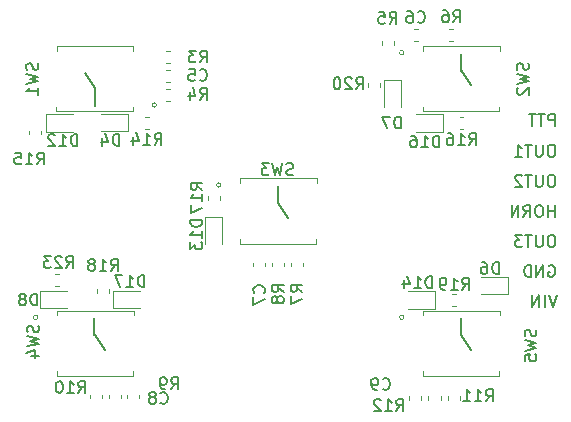
<source format=gbr>
G04 #@! TF.GenerationSoftware,KiCad,Pcbnew,(5.1.4)-1*
G04 #@! TF.CreationDate,2020-02-27T11:32:08-05:00*
G04 #@! TF.ProjectId,MotorcycleSwitch,4d6f746f-7263-4796-936c-655377697463,rev?*
G04 #@! TF.SameCoordinates,Original*
G04 #@! TF.FileFunction,Legend,Bot*
G04 #@! TF.FilePolarity,Positive*
%FSLAX46Y46*%
G04 Gerber Fmt 4.6, Leading zero omitted, Abs format (unit mm)*
G04 Created by KiCad (PCBNEW (5.1.4)-1) date 2020-02-27 11:32:08*
%MOMM*%
%LPD*%
G04 APERTURE LIST*
%ADD10C,0.150000*%
%ADD11C,0.120000*%
G04 APERTURE END LIST*
D10*
X171923809Y-93977380D02*
X171923809Y-92977380D01*
X171542857Y-92977380D01*
X171447619Y-93025000D01*
X171400000Y-93072619D01*
X171352380Y-93167857D01*
X171352380Y-93310714D01*
X171400000Y-93405952D01*
X171447619Y-93453571D01*
X171542857Y-93501190D01*
X171923809Y-93501190D01*
X171066666Y-92977380D02*
X170495238Y-92977380D01*
X170780952Y-93977380D02*
X170780952Y-92977380D01*
X170304761Y-92977380D02*
X169733333Y-92977380D01*
X170019047Y-93977380D02*
X170019047Y-92977380D01*
X172084524Y-108327380D02*
X171751190Y-109327380D01*
X171417857Y-108327380D01*
X171084524Y-109327380D02*
X171084524Y-108327380D01*
X170608333Y-109327380D02*
X170608333Y-108327380D01*
X170036905Y-109327380D01*
X170036905Y-108327380D01*
X171417856Y-105825000D02*
X171513094Y-105777380D01*
X171655952Y-105777380D01*
X171798809Y-105825000D01*
X171894047Y-105920238D01*
X171941666Y-106015476D01*
X171989285Y-106205952D01*
X171989285Y-106348809D01*
X171941666Y-106539285D01*
X171894047Y-106634523D01*
X171798809Y-106729761D01*
X171655952Y-106777380D01*
X171560713Y-106777380D01*
X171417856Y-106729761D01*
X171370237Y-106682142D01*
X171370237Y-106348809D01*
X171560713Y-106348809D01*
X170941666Y-106777380D02*
X170941666Y-105777380D01*
X170370237Y-106777380D01*
X170370237Y-105777380D01*
X169894047Y-106777380D02*
X169894047Y-105777380D01*
X169655952Y-105777380D01*
X169513094Y-105825000D01*
X169417856Y-105920238D01*
X169370237Y-106015476D01*
X169322618Y-106205952D01*
X169322618Y-106348809D01*
X169370237Y-106539285D01*
X169417856Y-106634523D01*
X169513094Y-106729761D01*
X169655952Y-106777380D01*
X169894047Y-106777380D01*
X171751190Y-103227380D02*
X171560714Y-103227380D01*
X171465476Y-103275000D01*
X171370238Y-103370238D01*
X171322619Y-103560714D01*
X171322619Y-103894047D01*
X171370238Y-104084523D01*
X171465476Y-104179761D01*
X171560714Y-104227380D01*
X171751190Y-104227380D01*
X171846428Y-104179761D01*
X171941666Y-104084523D01*
X171989285Y-103894047D01*
X171989285Y-103560714D01*
X171941666Y-103370238D01*
X171846428Y-103275000D01*
X171751190Y-103227380D01*
X170894047Y-103227380D02*
X170894047Y-104036904D01*
X170846428Y-104132142D01*
X170798809Y-104179761D01*
X170703571Y-104227380D01*
X170513095Y-104227380D01*
X170417857Y-104179761D01*
X170370238Y-104132142D01*
X170322619Y-104036904D01*
X170322619Y-103227380D01*
X169989285Y-103227380D02*
X169417857Y-103227380D01*
X169703571Y-104227380D02*
X169703571Y-103227380D01*
X169179761Y-103227380D02*
X168560714Y-103227380D01*
X168894047Y-103608333D01*
X168751190Y-103608333D01*
X168655952Y-103655952D01*
X168608333Y-103703571D01*
X168560714Y-103798809D01*
X168560714Y-104036904D01*
X168608333Y-104132142D01*
X168655952Y-104179761D01*
X168751190Y-104227380D01*
X169036904Y-104227380D01*
X169132142Y-104179761D01*
X169179761Y-104132142D01*
X171941666Y-101677380D02*
X171941666Y-100677380D01*
X171941666Y-101153571D02*
X171370237Y-101153571D01*
X171370237Y-101677380D02*
X171370237Y-100677380D01*
X170703571Y-100677380D02*
X170513094Y-100677380D01*
X170417856Y-100725000D01*
X170322618Y-100820238D01*
X170274999Y-101010714D01*
X170274999Y-101344047D01*
X170322618Y-101534523D01*
X170417856Y-101629761D01*
X170513094Y-101677380D01*
X170703571Y-101677380D01*
X170798809Y-101629761D01*
X170894047Y-101534523D01*
X170941666Y-101344047D01*
X170941666Y-101010714D01*
X170894047Y-100820238D01*
X170798809Y-100725000D01*
X170703571Y-100677380D01*
X169274999Y-101677380D02*
X169608333Y-101201190D01*
X169846428Y-101677380D02*
X169846428Y-100677380D01*
X169465475Y-100677380D01*
X169370237Y-100725000D01*
X169322618Y-100772619D01*
X169274999Y-100867857D01*
X169274999Y-101010714D01*
X169322618Y-101105952D01*
X169370237Y-101153571D01*
X169465475Y-101201190D01*
X169846428Y-101201190D01*
X168846428Y-101677380D02*
X168846428Y-100677380D01*
X168274999Y-101677380D01*
X168274999Y-100677380D01*
X171751190Y-98127380D02*
X171560714Y-98127380D01*
X171465476Y-98175000D01*
X171370238Y-98270238D01*
X171322619Y-98460714D01*
X171322619Y-98794047D01*
X171370238Y-98984523D01*
X171465476Y-99079761D01*
X171560714Y-99127380D01*
X171751190Y-99127380D01*
X171846428Y-99079761D01*
X171941666Y-98984523D01*
X171989285Y-98794047D01*
X171989285Y-98460714D01*
X171941666Y-98270238D01*
X171846428Y-98175000D01*
X171751190Y-98127380D01*
X170894047Y-98127380D02*
X170894047Y-98936904D01*
X170846428Y-99032142D01*
X170798809Y-99079761D01*
X170703571Y-99127380D01*
X170513095Y-99127380D01*
X170417857Y-99079761D01*
X170370238Y-99032142D01*
X170322619Y-98936904D01*
X170322619Y-98127380D01*
X169989285Y-98127380D02*
X169417857Y-98127380D01*
X169703571Y-99127380D02*
X169703571Y-98127380D01*
X169132142Y-98222619D02*
X169084523Y-98175000D01*
X168989285Y-98127380D01*
X168751190Y-98127380D01*
X168655952Y-98175000D01*
X168608333Y-98222619D01*
X168560714Y-98317857D01*
X168560714Y-98413095D01*
X168608333Y-98555952D01*
X169179761Y-99127380D01*
X168560714Y-99127380D01*
X171751190Y-95577380D02*
X171560714Y-95577380D01*
X171465476Y-95625000D01*
X171370238Y-95720238D01*
X171322619Y-95910714D01*
X171322619Y-96244047D01*
X171370238Y-96434523D01*
X171465476Y-96529761D01*
X171560714Y-96577380D01*
X171751190Y-96577380D01*
X171846428Y-96529761D01*
X171941666Y-96434523D01*
X171989285Y-96244047D01*
X171989285Y-95910714D01*
X171941666Y-95720238D01*
X171846428Y-95625000D01*
X171751190Y-95577380D01*
X170894047Y-95577380D02*
X170894047Y-96386904D01*
X170846428Y-96482142D01*
X170798809Y-96529761D01*
X170703571Y-96577380D01*
X170513095Y-96577380D01*
X170417857Y-96529761D01*
X170370238Y-96482142D01*
X170322619Y-96386904D01*
X170322619Y-95577380D01*
X169989285Y-95577380D02*
X169417857Y-95577380D01*
X169703571Y-96577380D02*
X169703571Y-95577380D01*
X168560714Y-96577380D02*
X169132142Y-96577380D01*
X168846428Y-96577380D02*
X168846428Y-95577380D01*
X168941666Y-95720238D01*
X169036904Y-95815476D01*
X169132142Y-95863095D01*
D11*
X129637221Y-106540000D02*
X129962779Y-106540000D01*
X129637221Y-107560000D02*
X129962779Y-107560000D01*
X157110000Y-90337221D02*
X157110000Y-90662779D01*
X156090000Y-90337221D02*
X156090000Y-90662779D01*
X137237221Y-93190000D02*
X137562779Y-93190000D01*
X137237221Y-94210000D02*
X137562779Y-94210000D01*
X128365000Y-107965000D02*
X130650000Y-107965000D01*
X128365000Y-109435000D02*
X128365000Y-107965000D01*
X130650000Y-109435000D02*
X128365000Y-109435000D01*
X158935000Y-90102500D02*
X158935000Y-92387500D01*
X157465000Y-90102500D02*
X158935000Y-90102500D01*
X157465000Y-92387500D02*
X157465000Y-90102500D01*
X167935000Y-108235000D02*
X165650000Y-108235000D01*
X167935000Y-106765000D02*
X167935000Y-108235000D01*
X165650000Y-106765000D02*
X167935000Y-106765000D01*
X135785000Y-94435000D02*
X133500000Y-94435000D01*
X135785000Y-92965000D02*
X135785000Y-94435000D01*
X133500000Y-92965000D02*
X135785000Y-92965000D01*
X163217221Y-108202000D02*
X163542779Y-108202000D01*
X163217221Y-109222000D02*
X163542779Y-109222000D01*
X133140000Y-108112779D02*
X133140000Y-107787221D01*
X134160000Y-108112779D02*
X134160000Y-107787221D01*
X142540000Y-100225279D02*
X142540000Y-99899721D01*
X143560000Y-100225279D02*
X143560000Y-99899721D01*
X163869221Y-93216000D02*
X164194779Y-93216000D01*
X163869221Y-94236000D02*
X164194779Y-94236000D01*
X128460000Y-94387221D02*
X128460000Y-94712779D01*
X127440000Y-94387221D02*
X127440000Y-94712779D01*
X134515000Y-107965000D02*
X136800000Y-107965000D01*
X134515000Y-109435000D02*
X134515000Y-107965000D01*
X136800000Y-109435000D02*
X134515000Y-109435000D01*
X162469000Y-94461000D02*
X160184000Y-94461000D01*
X162469000Y-92991000D02*
X162469000Y-94461000D01*
X160184000Y-92991000D02*
X162469000Y-92991000D01*
X161822500Y-109447000D02*
X159537500Y-109447000D01*
X161822500Y-107977000D02*
X161822500Y-109447000D01*
X159537500Y-107977000D02*
X161822500Y-107977000D01*
X128852500Y-93015000D02*
X131137500Y-93015000D01*
X128852500Y-94485000D02*
X128852500Y-93015000D01*
X131137500Y-94485000D02*
X128852500Y-94485000D01*
X159164114Y-87785120D02*
G75*
G03X159164114Y-87785120I-188234J0D01*
G01*
X167265240Y-87234760D02*
X160765240Y-87234760D01*
X160765240Y-87637800D02*
X160765240Y-87234760D01*
X167265240Y-87637800D02*
X167265240Y-87234760D01*
X160750000Y-92346960D02*
X160750000Y-92750000D01*
X167250000Y-92346960D02*
X167250000Y-92750000D01*
X160750000Y-92750000D02*
X167250000Y-92750000D01*
X159164114Y-110185120D02*
G75*
G03X159164114Y-110185120I-188234J0D01*
G01*
X167265240Y-109634760D02*
X160765240Y-109634760D01*
X160765240Y-110037800D02*
X160765240Y-109634760D01*
X167265240Y-110037800D02*
X167265240Y-109634760D01*
X160750000Y-114746960D02*
X160750000Y-115150000D01*
X167250000Y-114746960D02*
X167250000Y-115150000D01*
X160750000Y-115150000D02*
X167250000Y-115150000D01*
X128164114Y-110185120D02*
G75*
G03X128164114Y-110185120I-188234J0D01*
G01*
X136265240Y-109634760D02*
X129765240Y-109634760D01*
X129765240Y-110037800D02*
X129765240Y-109634760D01*
X136265240Y-110037800D02*
X136265240Y-109634760D01*
X129750000Y-114746960D02*
X129750000Y-115150000D01*
X136250000Y-114746960D02*
X136250000Y-115150000D01*
X129750000Y-115150000D02*
X136250000Y-115150000D01*
X143664114Y-98985120D02*
G75*
G03X143664114Y-98985120I-188234J0D01*
G01*
X151765240Y-98434760D02*
X145265240Y-98434760D01*
X145265240Y-98837800D02*
X145265240Y-98434760D01*
X151765240Y-98837800D02*
X151765240Y-98434760D01*
X145250000Y-103546960D02*
X145250000Y-103950000D01*
X151750000Y-103546960D02*
X151750000Y-103950000D01*
X145250000Y-103950000D02*
X151750000Y-103950000D01*
X138212354Y-92214880D02*
G75*
G03X138212354Y-92214880I-188234J0D01*
G01*
X129734760Y-92765240D02*
X136234760Y-92765240D01*
X136234760Y-92362200D02*
X136234760Y-92765240D01*
X129734760Y-92362200D02*
X129734760Y-92765240D01*
X136250000Y-87653040D02*
X136250000Y-87250000D01*
X129750000Y-87653040D02*
X129750000Y-87250000D01*
X136250000Y-87250000D02*
X129750000Y-87250000D01*
X162260000Y-116849721D02*
X162260000Y-117175279D01*
X161240000Y-116849721D02*
X161240000Y-117175279D01*
X162890000Y-117175279D02*
X162890000Y-116849721D01*
X163910000Y-117175279D02*
X163910000Y-116849721D01*
X133635000Y-116737221D02*
X133635000Y-117062779D01*
X132615000Y-116737221D02*
X132615000Y-117062779D01*
X136710000Y-116737221D02*
X136710000Y-117062779D01*
X135690000Y-116737221D02*
X135690000Y-117062779D01*
X149017000Y-105562221D02*
X149017000Y-105887779D01*
X147997000Y-105562221D02*
X147997000Y-105887779D01*
X149597000Y-105887779D02*
X149597000Y-105562221D01*
X150617000Y-105887779D02*
X150617000Y-105562221D01*
X162987221Y-85740000D02*
X163312779Y-85740000D01*
X162987221Y-86760000D02*
X163312779Y-86760000D01*
X157340000Y-87162779D02*
X157340000Y-86837221D01*
X158360000Y-87162779D02*
X158360000Y-86837221D01*
X139312779Y-91860000D02*
X138987221Y-91860000D01*
X139312779Y-90840000D02*
X138987221Y-90840000D01*
X138987221Y-87640000D02*
X139312779Y-87640000D01*
X138987221Y-88660000D02*
X139312779Y-88660000D01*
X143787000Y-101681000D02*
X143787000Y-103966000D01*
X142317000Y-101681000D02*
X143787000Y-101681000D01*
X142317000Y-103966000D02*
X142317000Y-101681000D01*
X160610000Y-116837221D02*
X160610000Y-117162779D01*
X159590000Y-116837221D02*
X159590000Y-117162779D01*
X135185000Y-116737221D02*
X135185000Y-117062779D01*
X134165000Y-116737221D02*
X134165000Y-117062779D01*
X147417000Y-105562221D02*
X147417000Y-105887779D01*
X146397000Y-105562221D02*
X146397000Y-105887779D01*
X160312779Y-86760000D02*
X159987221Y-86760000D01*
X160312779Y-85740000D02*
X159987221Y-85740000D01*
X139312779Y-90260000D02*
X138987221Y-90260000D01*
X139312779Y-89240000D02*
X138987221Y-89240000D01*
D10*
X130567857Y-106002380D02*
X130901190Y-105526190D01*
X131139285Y-106002380D02*
X131139285Y-105002380D01*
X130758333Y-105002380D01*
X130663095Y-105050000D01*
X130615476Y-105097619D01*
X130567857Y-105192857D01*
X130567857Y-105335714D01*
X130615476Y-105430952D01*
X130663095Y-105478571D01*
X130758333Y-105526190D01*
X131139285Y-105526190D01*
X130186904Y-105097619D02*
X130139285Y-105050000D01*
X130044047Y-105002380D01*
X129805952Y-105002380D01*
X129710714Y-105050000D01*
X129663095Y-105097619D01*
X129615476Y-105192857D01*
X129615476Y-105288095D01*
X129663095Y-105430952D01*
X130234523Y-106002380D01*
X129615476Y-106002380D01*
X129282142Y-105002380D02*
X128663095Y-105002380D01*
X128996428Y-105383333D01*
X128853571Y-105383333D01*
X128758333Y-105430952D01*
X128710714Y-105478571D01*
X128663095Y-105573809D01*
X128663095Y-105811904D01*
X128710714Y-105907142D01*
X128758333Y-105954761D01*
X128853571Y-106002380D01*
X129139285Y-106002380D01*
X129234523Y-105954761D01*
X129282142Y-105907142D01*
X155117857Y-90877380D02*
X155451190Y-90401190D01*
X155689285Y-90877380D02*
X155689285Y-89877380D01*
X155308333Y-89877380D01*
X155213095Y-89925000D01*
X155165476Y-89972619D01*
X155117857Y-90067857D01*
X155117857Y-90210714D01*
X155165476Y-90305952D01*
X155213095Y-90353571D01*
X155308333Y-90401190D01*
X155689285Y-90401190D01*
X154736904Y-89972619D02*
X154689285Y-89925000D01*
X154594047Y-89877380D01*
X154355952Y-89877380D01*
X154260714Y-89925000D01*
X154213095Y-89972619D01*
X154165476Y-90067857D01*
X154165476Y-90163095D01*
X154213095Y-90305952D01*
X154784523Y-90877380D01*
X154165476Y-90877380D01*
X153546428Y-89877380D02*
X153451190Y-89877380D01*
X153355952Y-89925000D01*
X153308333Y-89972619D01*
X153260714Y-90067857D01*
X153213095Y-90258333D01*
X153213095Y-90496428D01*
X153260714Y-90686904D01*
X153308333Y-90782142D01*
X153355952Y-90829761D01*
X153451190Y-90877380D01*
X153546428Y-90877380D01*
X153641666Y-90829761D01*
X153689285Y-90782142D01*
X153736904Y-90686904D01*
X153784523Y-90496428D01*
X153784523Y-90258333D01*
X153736904Y-90067857D01*
X153689285Y-89972619D01*
X153641666Y-89925000D01*
X153546428Y-89877380D01*
X138042857Y-95582380D02*
X138376190Y-95106190D01*
X138614285Y-95582380D02*
X138614285Y-94582380D01*
X138233333Y-94582380D01*
X138138095Y-94630000D01*
X138090476Y-94677619D01*
X138042857Y-94772857D01*
X138042857Y-94915714D01*
X138090476Y-95010952D01*
X138138095Y-95058571D01*
X138233333Y-95106190D01*
X138614285Y-95106190D01*
X137090476Y-95582380D02*
X137661904Y-95582380D01*
X137376190Y-95582380D02*
X137376190Y-94582380D01*
X137471428Y-94725238D01*
X137566666Y-94820476D01*
X137661904Y-94868095D01*
X136233333Y-94915714D02*
X136233333Y-95582380D01*
X136471428Y-94534761D02*
X136709523Y-95249047D01*
X136090476Y-95249047D01*
X128113095Y-109177380D02*
X128113095Y-108177380D01*
X127875000Y-108177380D01*
X127732142Y-108225000D01*
X127636904Y-108320238D01*
X127589285Y-108415476D01*
X127541666Y-108605952D01*
X127541666Y-108748809D01*
X127589285Y-108939285D01*
X127636904Y-109034523D01*
X127732142Y-109129761D01*
X127875000Y-109177380D01*
X128113095Y-109177380D01*
X126970238Y-108605952D02*
X127065476Y-108558333D01*
X127113095Y-108510714D01*
X127160714Y-108415476D01*
X127160714Y-108367857D01*
X127113095Y-108272619D01*
X127065476Y-108225000D01*
X126970238Y-108177380D01*
X126779761Y-108177380D01*
X126684523Y-108225000D01*
X126636904Y-108272619D01*
X126589285Y-108367857D01*
X126589285Y-108415476D01*
X126636904Y-108510714D01*
X126684523Y-108558333D01*
X126779761Y-108605952D01*
X126970238Y-108605952D01*
X127065476Y-108653571D01*
X127113095Y-108701190D01*
X127160714Y-108796428D01*
X127160714Y-108986904D01*
X127113095Y-109082142D01*
X127065476Y-109129761D01*
X126970238Y-109177380D01*
X126779761Y-109177380D01*
X126684523Y-109129761D01*
X126636904Y-109082142D01*
X126589285Y-108986904D01*
X126589285Y-108796428D01*
X126636904Y-108701190D01*
X126684523Y-108653571D01*
X126779761Y-108605952D01*
X158888095Y-94202380D02*
X158888095Y-93202380D01*
X158650000Y-93202380D01*
X158507142Y-93250000D01*
X158411904Y-93345238D01*
X158364285Y-93440476D01*
X158316666Y-93630952D01*
X158316666Y-93773809D01*
X158364285Y-93964285D01*
X158411904Y-94059523D01*
X158507142Y-94154761D01*
X158650000Y-94202380D01*
X158888095Y-94202380D01*
X157983333Y-93202380D02*
X157316666Y-93202380D01*
X157745238Y-94202380D01*
X167188095Y-106522380D02*
X167188095Y-105522380D01*
X166950000Y-105522380D01*
X166807142Y-105570000D01*
X166711904Y-105665238D01*
X166664285Y-105760476D01*
X166616666Y-105950952D01*
X166616666Y-106093809D01*
X166664285Y-106284285D01*
X166711904Y-106379523D01*
X166807142Y-106474761D01*
X166950000Y-106522380D01*
X167188095Y-106522380D01*
X165759523Y-105522380D02*
X165950000Y-105522380D01*
X166045238Y-105570000D01*
X166092857Y-105617619D01*
X166188095Y-105760476D01*
X166235714Y-105950952D01*
X166235714Y-106331904D01*
X166188095Y-106427142D01*
X166140476Y-106474761D01*
X166045238Y-106522380D01*
X165854761Y-106522380D01*
X165759523Y-106474761D01*
X165711904Y-106427142D01*
X165664285Y-106331904D01*
X165664285Y-106093809D01*
X165711904Y-105998571D01*
X165759523Y-105950952D01*
X165854761Y-105903333D01*
X166045238Y-105903333D01*
X166140476Y-105950952D01*
X166188095Y-105998571D01*
X166235714Y-106093809D01*
X135063095Y-95652380D02*
X135063095Y-94652380D01*
X134825000Y-94652380D01*
X134682142Y-94700000D01*
X134586904Y-94795238D01*
X134539285Y-94890476D01*
X134491666Y-95080952D01*
X134491666Y-95223809D01*
X134539285Y-95414285D01*
X134586904Y-95509523D01*
X134682142Y-95604761D01*
X134825000Y-95652380D01*
X135063095Y-95652380D01*
X133634523Y-94985714D02*
X133634523Y-95652380D01*
X133872619Y-94604761D02*
X134110714Y-95319047D01*
X133491666Y-95319047D01*
X164092857Y-107852380D02*
X164426190Y-107376190D01*
X164664285Y-107852380D02*
X164664285Y-106852380D01*
X164283333Y-106852380D01*
X164188095Y-106900000D01*
X164140476Y-106947619D01*
X164092857Y-107042857D01*
X164092857Y-107185714D01*
X164140476Y-107280952D01*
X164188095Y-107328571D01*
X164283333Y-107376190D01*
X164664285Y-107376190D01*
X163140476Y-107852380D02*
X163711904Y-107852380D01*
X163426190Y-107852380D02*
X163426190Y-106852380D01*
X163521428Y-106995238D01*
X163616666Y-107090476D01*
X163711904Y-107138095D01*
X162664285Y-107852380D02*
X162473809Y-107852380D01*
X162378571Y-107804761D01*
X162330952Y-107757142D01*
X162235714Y-107614285D01*
X162188095Y-107423809D01*
X162188095Y-107042857D01*
X162235714Y-106947619D01*
X162283333Y-106900000D01*
X162378571Y-106852380D01*
X162569047Y-106852380D01*
X162664285Y-106900000D01*
X162711904Y-106947619D01*
X162759523Y-107042857D01*
X162759523Y-107280952D01*
X162711904Y-107376190D01*
X162664285Y-107423809D01*
X162569047Y-107471428D01*
X162378571Y-107471428D01*
X162283333Y-107423809D01*
X162235714Y-107376190D01*
X162188095Y-107280952D01*
X134342857Y-106252380D02*
X134676190Y-105776190D01*
X134914285Y-106252380D02*
X134914285Y-105252380D01*
X134533333Y-105252380D01*
X134438095Y-105300000D01*
X134390476Y-105347619D01*
X134342857Y-105442857D01*
X134342857Y-105585714D01*
X134390476Y-105680952D01*
X134438095Y-105728571D01*
X134533333Y-105776190D01*
X134914285Y-105776190D01*
X133390476Y-106252380D02*
X133961904Y-106252380D01*
X133676190Y-106252380D02*
X133676190Y-105252380D01*
X133771428Y-105395238D01*
X133866666Y-105490476D01*
X133961904Y-105538095D01*
X132819047Y-105680952D02*
X132914285Y-105633333D01*
X132961904Y-105585714D01*
X133009523Y-105490476D01*
X133009523Y-105442857D01*
X132961904Y-105347619D01*
X132914285Y-105300000D01*
X132819047Y-105252380D01*
X132628571Y-105252380D01*
X132533333Y-105300000D01*
X132485714Y-105347619D01*
X132438095Y-105442857D01*
X132438095Y-105490476D01*
X132485714Y-105585714D01*
X132533333Y-105633333D01*
X132628571Y-105680952D01*
X132819047Y-105680952D01*
X132914285Y-105728571D01*
X132961904Y-105776190D01*
X133009523Y-105871428D01*
X133009523Y-106061904D01*
X132961904Y-106157142D01*
X132914285Y-106204761D01*
X132819047Y-106252380D01*
X132628571Y-106252380D01*
X132533333Y-106204761D01*
X132485714Y-106157142D01*
X132438095Y-106061904D01*
X132438095Y-105871428D01*
X132485714Y-105776190D01*
X132533333Y-105728571D01*
X132628571Y-105680952D01*
X142102380Y-99382142D02*
X141626190Y-99048809D01*
X142102380Y-98810714D02*
X141102380Y-98810714D01*
X141102380Y-99191666D01*
X141150000Y-99286904D01*
X141197619Y-99334523D01*
X141292857Y-99382142D01*
X141435714Y-99382142D01*
X141530952Y-99334523D01*
X141578571Y-99286904D01*
X141626190Y-99191666D01*
X141626190Y-98810714D01*
X142102380Y-100334523D02*
X142102380Y-99763095D01*
X142102380Y-100048809D02*
X141102380Y-100048809D01*
X141245238Y-99953571D01*
X141340476Y-99858333D01*
X141388095Y-99763095D01*
X141102380Y-100667857D02*
X141102380Y-101334523D01*
X142102380Y-100905952D01*
X164674857Y-95608380D02*
X165008190Y-95132190D01*
X165246285Y-95608380D02*
X165246285Y-94608380D01*
X164865333Y-94608380D01*
X164770095Y-94656000D01*
X164722476Y-94703619D01*
X164674857Y-94798857D01*
X164674857Y-94941714D01*
X164722476Y-95036952D01*
X164770095Y-95084571D01*
X164865333Y-95132190D01*
X165246285Y-95132190D01*
X163722476Y-95608380D02*
X164293904Y-95608380D01*
X164008190Y-95608380D02*
X164008190Y-94608380D01*
X164103428Y-94751238D01*
X164198666Y-94846476D01*
X164293904Y-94894095D01*
X162865333Y-94608380D02*
X163055809Y-94608380D01*
X163151047Y-94656000D01*
X163198666Y-94703619D01*
X163293904Y-94846476D01*
X163341523Y-95036952D01*
X163341523Y-95417904D01*
X163293904Y-95513142D01*
X163246285Y-95560761D01*
X163151047Y-95608380D01*
X162960571Y-95608380D01*
X162865333Y-95560761D01*
X162817714Y-95513142D01*
X162770095Y-95417904D01*
X162770095Y-95179809D01*
X162817714Y-95084571D01*
X162865333Y-95036952D01*
X162960571Y-94989333D01*
X163151047Y-94989333D01*
X163246285Y-95036952D01*
X163293904Y-95084571D01*
X163341523Y-95179809D01*
X128092857Y-97252380D02*
X128426190Y-96776190D01*
X128664285Y-97252380D02*
X128664285Y-96252380D01*
X128283333Y-96252380D01*
X128188095Y-96300000D01*
X128140476Y-96347619D01*
X128092857Y-96442857D01*
X128092857Y-96585714D01*
X128140476Y-96680952D01*
X128188095Y-96728571D01*
X128283333Y-96776190D01*
X128664285Y-96776190D01*
X127140476Y-97252380D02*
X127711904Y-97252380D01*
X127426190Y-97252380D02*
X127426190Y-96252380D01*
X127521428Y-96395238D01*
X127616666Y-96490476D01*
X127711904Y-96538095D01*
X126235714Y-96252380D02*
X126711904Y-96252380D01*
X126759523Y-96728571D01*
X126711904Y-96680952D01*
X126616666Y-96633333D01*
X126378571Y-96633333D01*
X126283333Y-96680952D01*
X126235714Y-96728571D01*
X126188095Y-96823809D01*
X126188095Y-97061904D01*
X126235714Y-97157142D01*
X126283333Y-97204761D01*
X126378571Y-97252380D01*
X126616666Y-97252380D01*
X126711904Y-97204761D01*
X126759523Y-97157142D01*
X137189285Y-107627380D02*
X137189285Y-106627380D01*
X136951190Y-106627380D01*
X136808333Y-106675000D01*
X136713095Y-106770238D01*
X136665476Y-106865476D01*
X136617857Y-107055952D01*
X136617857Y-107198809D01*
X136665476Y-107389285D01*
X136713095Y-107484523D01*
X136808333Y-107579761D01*
X136951190Y-107627380D01*
X137189285Y-107627380D01*
X135665476Y-107627380D02*
X136236904Y-107627380D01*
X135951190Y-107627380D02*
X135951190Y-106627380D01*
X136046428Y-106770238D01*
X136141666Y-106865476D01*
X136236904Y-106913095D01*
X135332142Y-106627380D02*
X134665476Y-106627380D01*
X135094047Y-107627380D01*
X162164285Y-95802380D02*
X162164285Y-94802380D01*
X161926190Y-94802380D01*
X161783333Y-94850000D01*
X161688095Y-94945238D01*
X161640476Y-95040476D01*
X161592857Y-95230952D01*
X161592857Y-95373809D01*
X161640476Y-95564285D01*
X161688095Y-95659523D01*
X161783333Y-95754761D01*
X161926190Y-95802380D01*
X162164285Y-95802380D01*
X160640476Y-95802380D02*
X161211904Y-95802380D01*
X160926190Y-95802380D02*
X160926190Y-94802380D01*
X161021428Y-94945238D01*
X161116666Y-95040476D01*
X161211904Y-95088095D01*
X159783333Y-94802380D02*
X159973809Y-94802380D01*
X160069047Y-94850000D01*
X160116666Y-94897619D01*
X160211904Y-95040476D01*
X160259523Y-95230952D01*
X160259523Y-95611904D01*
X160211904Y-95707142D01*
X160164285Y-95754761D01*
X160069047Y-95802380D01*
X159878571Y-95802380D01*
X159783333Y-95754761D01*
X159735714Y-95707142D01*
X159688095Y-95611904D01*
X159688095Y-95373809D01*
X159735714Y-95278571D01*
X159783333Y-95230952D01*
X159878571Y-95183333D01*
X160069047Y-95183333D01*
X160164285Y-95230952D01*
X160211904Y-95278571D01*
X160259523Y-95373809D01*
X161551785Y-107734380D02*
X161551785Y-106734380D01*
X161313690Y-106734380D01*
X161170833Y-106782000D01*
X161075595Y-106877238D01*
X161027976Y-106972476D01*
X160980357Y-107162952D01*
X160980357Y-107305809D01*
X161027976Y-107496285D01*
X161075595Y-107591523D01*
X161170833Y-107686761D01*
X161313690Y-107734380D01*
X161551785Y-107734380D01*
X160027976Y-107734380D02*
X160599404Y-107734380D01*
X160313690Y-107734380D02*
X160313690Y-106734380D01*
X160408928Y-106877238D01*
X160504166Y-106972476D01*
X160599404Y-107020095D01*
X159170833Y-107067714D02*
X159170833Y-107734380D01*
X159408928Y-106686761D02*
X159647023Y-107401047D01*
X159027976Y-107401047D01*
X131514285Y-95702380D02*
X131514285Y-94702380D01*
X131276190Y-94702380D01*
X131133333Y-94750000D01*
X131038095Y-94845238D01*
X130990476Y-94940476D01*
X130942857Y-95130952D01*
X130942857Y-95273809D01*
X130990476Y-95464285D01*
X131038095Y-95559523D01*
X131133333Y-95654761D01*
X131276190Y-95702380D01*
X131514285Y-95702380D01*
X129990476Y-95702380D02*
X130561904Y-95702380D01*
X130276190Y-95702380D02*
X130276190Y-94702380D01*
X130371428Y-94845238D01*
X130466666Y-94940476D01*
X130561904Y-94988095D01*
X129609523Y-94797619D02*
X129561904Y-94750000D01*
X129466666Y-94702380D01*
X129228571Y-94702380D01*
X129133333Y-94750000D01*
X129085714Y-94797619D01*
X129038095Y-94892857D01*
X129038095Y-94988095D01*
X129085714Y-95130952D01*
X129657142Y-95702380D01*
X129038095Y-95702380D01*
X169679761Y-88666666D02*
X169727380Y-88809523D01*
X169727380Y-89047619D01*
X169679761Y-89142857D01*
X169632142Y-89190476D01*
X169536904Y-89238095D01*
X169441666Y-89238095D01*
X169346428Y-89190476D01*
X169298809Y-89142857D01*
X169251190Y-89047619D01*
X169203571Y-88857142D01*
X169155952Y-88761904D01*
X169108333Y-88714285D01*
X169013095Y-88666666D01*
X168917857Y-88666666D01*
X168822619Y-88714285D01*
X168775000Y-88761904D01*
X168727380Y-88857142D01*
X168727380Y-89095238D01*
X168775000Y-89238095D01*
X168727380Y-89571428D02*
X169727380Y-89809523D01*
X169013095Y-90000000D01*
X169727380Y-90190476D01*
X168727380Y-90428571D01*
X168822619Y-90761904D02*
X168775000Y-90809523D01*
X168727380Y-90904761D01*
X168727380Y-91142857D01*
X168775000Y-91238095D01*
X168822619Y-91285714D01*
X168917857Y-91333333D01*
X169013095Y-91333333D01*
X169155952Y-91285714D01*
X169727380Y-90714285D01*
X169727380Y-91333333D01*
X163959360Y-89297274D02*
X163959360Y-87868702D01*
X163977828Y-89277761D02*
X164834971Y-90563476D01*
X163959360Y-89297274D02*
X163959360Y-87868702D01*
X170329761Y-111241666D02*
X170377380Y-111384523D01*
X170377380Y-111622619D01*
X170329761Y-111717857D01*
X170282142Y-111765476D01*
X170186904Y-111813095D01*
X170091666Y-111813095D01*
X169996428Y-111765476D01*
X169948809Y-111717857D01*
X169901190Y-111622619D01*
X169853571Y-111432142D01*
X169805952Y-111336904D01*
X169758333Y-111289285D01*
X169663095Y-111241666D01*
X169567857Y-111241666D01*
X169472619Y-111289285D01*
X169425000Y-111336904D01*
X169377380Y-111432142D01*
X169377380Y-111670238D01*
X169425000Y-111813095D01*
X169377380Y-112146428D02*
X170377380Y-112384523D01*
X169663095Y-112575000D01*
X170377380Y-112765476D01*
X169377380Y-113003571D01*
X169377380Y-113860714D02*
X169377380Y-113384523D01*
X169853571Y-113336904D01*
X169805952Y-113384523D01*
X169758333Y-113479761D01*
X169758333Y-113717857D01*
X169805952Y-113813095D01*
X169853571Y-113860714D01*
X169948809Y-113908333D01*
X170186904Y-113908333D01*
X170282142Y-113860714D01*
X170329761Y-113813095D01*
X170377380Y-113717857D01*
X170377380Y-113479761D01*
X170329761Y-113384523D01*
X170282142Y-113336904D01*
X163959360Y-111697274D02*
X163959360Y-110268702D01*
X163977828Y-111677761D02*
X164834971Y-112963476D01*
X163959360Y-111697274D02*
X163959360Y-110268702D01*
X128204761Y-110891666D02*
X128252380Y-111034523D01*
X128252380Y-111272619D01*
X128204761Y-111367857D01*
X128157142Y-111415476D01*
X128061904Y-111463095D01*
X127966666Y-111463095D01*
X127871428Y-111415476D01*
X127823809Y-111367857D01*
X127776190Y-111272619D01*
X127728571Y-111082142D01*
X127680952Y-110986904D01*
X127633333Y-110939285D01*
X127538095Y-110891666D01*
X127442857Y-110891666D01*
X127347619Y-110939285D01*
X127300000Y-110986904D01*
X127252380Y-111082142D01*
X127252380Y-111320238D01*
X127300000Y-111463095D01*
X127252380Y-111796428D02*
X128252380Y-112034523D01*
X127538095Y-112225000D01*
X128252380Y-112415476D01*
X127252380Y-112653571D01*
X127585714Y-113463095D02*
X128252380Y-113463095D01*
X127204761Y-113225000D02*
X127919047Y-112986904D01*
X127919047Y-113605952D01*
X132959360Y-111697274D02*
X132959360Y-110268702D01*
X132977828Y-111677761D02*
X133834971Y-112963476D01*
X132959360Y-111697274D02*
X132959360Y-110268702D01*
X149783333Y-98104761D02*
X149640476Y-98152380D01*
X149402380Y-98152380D01*
X149307142Y-98104761D01*
X149259523Y-98057142D01*
X149211904Y-97961904D01*
X149211904Y-97866666D01*
X149259523Y-97771428D01*
X149307142Y-97723809D01*
X149402380Y-97676190D01*
X149592857Y-97628571D01*
X149688095Y-97580952D01*
X149735714Y-97533333D01*
X149783333Y-97438095D01*
X149783333Y-97342857D01*
X149735714Y-97247619D01*
X149688095Y-97200000D01*
X149592857Y-97152380D01*
X149354761Y-97152380D01*
X149211904Y-97200000D01*
X148878571Y-97152380D02*
X148640476Y-98152380D01*
X148450000Y-97438095D01*
X148259523Y-98152380D01*
X148021428Y-97152380D01*
X147735714Y-97152380D02*
X147116666Y-97152380D01*
X147450000Y-97533333D01*
X147307142Y-97533333D01*
X147211904Y-97580952D01*
X147164285Y-97628571D01*
X147116666Y-97723809D01*
X147116666Y-97961904D01*
X147164285Y-98057142D01*
X147211904Y-98104761D01*
X147307142Y-98152380D01*
X147592857Y-98152380D01*
X147688095Y-98104761D01*
X147735714Y-98057142D01*
X148459360Y-100497274D02*
X148459360Y-99068702D01*
X148477828Y-100477761D02*
X149334971Y-101763476D01*
X148459360Y-100497274D02*
X148459360Y-99068702D01*
X128154761Y-88666666D02*
X128202380Y-88809523D01*
X128202380Y-89047619D01*
X128154761Y-89142857D01*
X128107142Y-89190476D01*
X128011904Y-89238095D01*
X127916666Y-89238095D01*
X127821428Y-89190476D01*
X127773809Y-89142857D01*
X127726190Y-89047619D01*
X127678571Y-88857142D01*
X127630952Y-88761904D01*
X127583333Y-88714285D01*
X127488095Y-88666666D01*
X127392857Y-88666666D01*
X127297619Y-88714285D01*
X127250000Y-88761904D01*
X127202380Y-88857142D01*
X127202380Y-89095238D01*
X127250000Y-89238095D01*
X127202380Y-89571428D02*
X128202380Y-89809523D01*
X127488095Y-90000000D01*
X128202380Y-90190476D01*
X127202380Y-90428571D01*
X128202380Y-91333333D02*
X128202380Y-90761904D01*
X128202380Y-91047619D02*
X127202380Y-91047619D01*
X127345238Y-90952380D01*
X127440476Y-90857142D01*
X127488095Y-90761904D01*
X133040640Y-92274154D02*
X133040640Y-90845582D01*
X132165028Y-89531761D02*
X133022171Y-90817476D01*
X133040640Y-92274154D02*
X133040640Y-90845582D01*
X158517857Y-118127380D02*
X158851190Y-117651190D01*
X159089285Y-118127380D02*
X159089285Y-117127380D01*
X158708333Y-117127380D01*
X158613095Y-117175000D01*
X158565476Y-117222619D01*
X158517857Y-117317857D01*
X158517857Y-117460714D01*
X158565476Y-117555952D01*
X158613095Y-117603571D01*
X158708333Y-117651190D01*
X159089285Y-117651190D01*
X157565476Y-118127380D02*
X158136904Y-118127380D01*
X157851190Y-118127380D02*
X157851190Y-117127380D01*
X157946428Y-117270238D01*
X158041666Y-117365476D01*
X158136904Y-117413095D01*
X157184523Y-117222619D02*
X157136904Y-117175000D01*
X157041666Y-117127380D01*
X156803571Y-117127380D01*
X156708333Y-117175000D01*
X156660714Y-117222619D01*
X156613095Y-117317857D01*
X156613095Y-117413095D01*
X156660714Y-117555952D01*
X157232142Y-118127380D01*
X156613095Y-118127380D01*
X166092857Y-117302380D02*
X166426190Y-116826190D01*
X166664285Y-117302380D02*
X166664285Y-116302380D01*
X166283333Y-116302380D01*
X166188095Y-116350000D01*
X166140476Y-116397619D01*
X166092857Y-116492857D01*
X166092857Y-116635714D01*
X166140476Y-116730952D01*
X166188095Y-116778571D01*
X166283333Y-116826190D01*
X166664285Y-116826190D01*
X165140476Y-117302380D02*
X165711904Y-117302380D01*
X165426190Y-117302380D02*
X165426190Y-116302380D01*
X165521428Y-116445238D01*
X165616666Y-116540476D01*
X165711904Y-116588095D01*
X164188095Y-117302380D02*
X164759523Y-117302380D01*
X164473809Y-117302380D02*
X164473809Y-116302380D01*
X164569047Y-116445238D01*
X164664285Y-116540476D01*
X164759523Y-116588095D01*
X131592857Y-116602380D02*
X131926190Y-116126190D01*
X132164285Y-116602380D02*
X132164285Y-115602380D01*
X131783333Y-115602380D01*
X131688095Y-115650000D01*
X131640476Y-115697619D01*
X131592857Y-115792857D01*
X131592857Y-115935714D01*
X131640476Y-116030952D01*
X131688095Y-116078571D01*
X131783333Y-116126190D01*
X132164285Y-116126190D01*
X130640476Y-116602380D02*
X131211904Y-116602380D01*
X130926190Y-116602380D02*
X130926190Y-115602380D01*
X131021428Y-115745238D01*
X131116666Y-115840476D01*
X131211904Y-115888095D01*
X130021428Y-115602380D02*
X129926190Y-115602380D01*
X129830952Y-115650000D01*
X129783333Y-115697619D01*
X129735714Y-115792857D01*
X129688095Y-115983333D01*
X129688095Y-116221428D01*
X129735714Y-116411904D01*
X129783333Y-116507142D01*
X129830952Y-116554761D01*
X129926190Y-116602380D01*
X130021428Y-116602380D01*
X130116666Y-116554761D01*
X130164285Y-116507142D01*
X130211904Y-116411904D01*
X130259523Y-116221428D01*
X130259523Y-115983333D01*
X130211904Y-115792857D01*
X130164285Y-115697619D01*
X130116666Y-115650000D01*
X130021428Y-115602380D01*
X139441666Y-116277380D02*
X139775000Y-115801190D01*
X140013095Y-116277380D02*
X140013095Y-115277380D01*
X139632142Y-115277380D01*
X139536904Y-115325000D01*
X139489285Y-115372619D01*
X139441666Y-115467857D01*
X139441666Y-115610714D01*
X139489285Y-115705952D01*
X139536904Y-115753571D01*
X139632142Y-115801190D01*
X140013095Y-115801190D01*
X138965476Y-116277380D02*
X138775000Y-116277380D01*
X138679761Y-116229761D01*
X138632142Y-116182142D01*
X138536904Y-116039285D01*
X138489285Y-115848809D01*
X138489285Y-115467857D01*
X138536904Y-115372619D01*
X138584523Y-115325000D01*
X138679761Y-115277380D01*
X138870238Y-115277380D01*
X138965476Y-115325000D01*
X139013095Y-115372619D01*
X139060714Y-115467857D01*
X139060714Y-115705952D01*
X139013095Y-115801190D01*
X138965476Y-115848809D01*
X138870238Y-115896428D01*
X138679761Y-115896428D01*
X138584523Y-115848809D01*
X138536904Y-115801190D01*
X138489285Y-115705952D01*
X148984380Y-108033333D02*
X148508190Y-107700000D01*
X148984380Y-107461904D02*
X147984380Y-107461904D01*
X147984380Y-107842857D01*
X148032000Y-107938095D01*
X148079619Y-107985714D01*
X148174857Y-108033333D01*
X148317714Y-108033333D01*
X148412952Y-107985714D01*
X148460571Y-107938095D01*
X148508190Y-107842857D01*
X148508190Y-107461904D01*
X148412952Y-108604761D02*
X148365333Y-108509523D01*
X148317714Y-108461904D01*
X148222476Y-108414285D01*
X148174857Y-108414285D01*
X148079619Y-108461904D01*
X148032000Y-108509523D01*
X147984380Y-108604761D01*
X147984380Y-108795238D01*
X148032000Y-108890476D01*
X148079619Y-108938095D01*
X148174857Y-108985714D01*
X148222476Y-108985714D01*
X148317714Y-108938095D01*
X148365333Y-108890476D01*
X148412952Y-108795238D01*
X148412952Y-108604761D01*
X148460571Y-108509523D01*
X148508190Y-108461904D01*
X148603428Y-108414285D01*
X148793904Y-108414285D01*
X148889142Y-108461904D01*
X148936761Y-108509523D01*
X148984380Y-108604761D01*
X148984380Y-108795238D01*
X148936761Y-108890476D01*
X148889142Y-108938095D01*
X148793904Y-108985714D01*
X148603428Y-108985714D01*
X148508190Y-108938095D01*
X148460571Y-108890476D01*
X148412952Y-108795238D01*
X150559380Y-108033333D02*
X150083190Y-107700000D01*
X150559380Y-107461904D02*
X149559380Y-107461904D01*
X149559380Y-107842857D01*
X149607000Y-107938095D01*
X149654619Y-107985714D01*
X149749857Y-108033333D01*
X149892714Y-108033333D01*
X149987952Y-107985714D01*
X150035571Y-107938095D01*
X150083190Y-107842857D01*
X150083190Y-107461904D01*
X149559380Y-108366666D02*
X149559380Y-109033333D01*
X150559380Y-108604761D01*
X163341666Y-85202380D02*
X163675000Y-84726190D01*
X163913095Y-85202380D02*
X163913095Y-84202380D01*
X163532142Y-84202380D01*
X163436904Y-84250000D01*
X163389285Y-84297619D01*
X163341666Y-84392857D01*
X163341666Y-84535714D01*
X163389285Y-84630952D01*
X163436904Y-84678571D01*
X163532142Y-84726190D01*
X163913095Y-84726190D01*
X162484523Y-84202380D02*
X162675000Y-84202380D01*
X162770238Y-84250000D01*
X162817857Y-84297619D01*
X162913095Y-84440476D01*
X162960714Y-84630952D01*
X162960714Y-85011904D01*
X162913095Y-85107142D01*
X162865476Y-85154761D01*
X162770238Y-85202380D01*
X162579761Y-85202380D01*
X162484523Y-85154761D01*
X162436904Y-85107142D01*
X162389285Y-85011904D01*
X162389285Y-84773809D01*
X162436904Y-84678571D01*
X162484523Y-84630952D01*
X162579761Y-84583333D01*
X162770238Y-84583333D01*
X162865476Y-84630952D01*
X162913095Y-84678571D01*
X162960714Y-84773809D01*
X157941666Y-85327380D02*
X158275000Y-84851190D01*
X158513095Y-85327380D02*
X158513095Y-84327380D01*
X158132142Y-84327380D01*
X158036904Y-84375000D01*
X157989285Y-84422619D01*
X157941666Y-84517857D01*
X157941666Y-84660714D01*
X157989285Y-84755952D01*
X158036904Y-84803571D01*
X158132142Y-84851190D01*
X158513095Y-84851190D01*
X157036904Y-84327380D02*
X157513095Y-84327380D01*
X157560714Y-84803571D01*
X157513095Y-84755952D01*
X157417857Y-84708333D01*
X157179761Y-84708333D01*
X157084523Y-84755952D01*
X157036904Y-84803571D01*
X156989285Y-84898809D01*
X156989285Y-85136904D01*
X157036904Y-85232142D01*
X157084523Y-85279761D01*
X157179761Y-85327380D01*
X157417857Y-85327380D01*
X157513095Y-85279761D01*
X157560714Y-85232142D01*
X141891666Y-91752380D02*
X142225000Y-91276190D01*
X142463095Y-91752380D02*
X142463095Y-90752380D01*
X142082142Y-90752380D01*
X141986904Y-90800000D01*
X141939285Y-90847619D01*
X141891666Y-90942857D01*
X141891666Y-91085714D01*
X141939285Y-91180952D01*
X141986904Y-91228571D01*
X142082142Y-91276190D01*
X142463095Y-91276190D01*
X141034523Y-91085714D02*
X141034523Y-91752380D01*
X141272619Y-90704761D02*
X141510714Y-91419047D01*
X140891666Y-91419047D01*
X141891666Y-88602380D02*
X142225000Y-88126190D01*
X142463095Y-88602380D02*
X142463095Y-87602380D01*
X142082142Y-87602380D01*
X141986904Y-87650000D01*
X141939285Y-87697619D01*
X141891666Y-87792857D01*
X141891666Y-87935714D01*
X141939285Y-88030952D01*
X141986904Y-88078571D01*
X142082142Y-88126190D01*
X142463095Y-88126190D01*
X141558333Y-87602380D02*
X140939285Y-87602380D01*
X141272619Y-87983333D01*
X141129761Y-87983333D01*
X141034523Y-88030952D01*
X140986904Y-88078571D01*
X140939285Y-88173809D01*
X140939285Y-88411904D01*
X140986904Y-88507142D01*
X141034523Y-88554761D01*
X141129761Y-88602380D01*
X141415476Y-88602380D01*
X141510714Y-88554761D01*
X141558333Y-88507142D01*
X142074380Y-101951714D02*
X141074380Y-101951714D01*
X141074380Y-102189809D01*
X141122000Y-102332666D01*
X141217238Y-102427904D01*
X141312476Y-102475523D01*
X141502952Y-102523142D01*
X141645809Y-102523142D01*
X141836285Y-102475523D01*
X141931523Y-102427904D01*
X142026761Y-102332666D01*
X142074380Y-102189809D01*
X142074380Y-101951714D01*
X142074380Y-103475523D02*
X142074380Y-102904095D01*
X142074380Y-103189809D02*
X141074380Y-103189809D01*
X141217238Y-103094571D01*
X141312476Y-102999333D01*
X141360095Y-102904095D01*
X141074380Y-103808857D02*
X141074380Y-104427904D01*
X141455333Y-104094571D01*
X141455333Y-104237428D01*
X141502952Y-104332666D01*
X141550571Y-104380285D01*
X141645809Y-104427904D01*
X141883904Y-104427904D01*
X141979142Y-104380285D01*
X142026761Y-104332666D01*
X142074380Y-104237428D01*
X142074380Y-103951714D01*
X142026761Y-103856476D01*
X141979142Y-103808857D01*
X157366666Y-116232142D02*
X157414285Y-116279761D01*
X157557142Y-116327380D01*
X157652380Y-116327380D01*
X157795238Y-116279761D01*
X157890476Y-116184523D01*
X157938095Y-116089285D01*
X157985714Y-115898809D01*
X157985714Y-115755952D01*
X157938095Y-115565476D01*
X157890476Y-115470238D01*
X157795238Y-115375000D01*
X157652380Y-115327380D01*
X157557142Y-115327380D01*
X157414285Y-115375000D01*
X157366666Y-115422619D01*
X156890476Y-116327380D02*
X156700000Y-116327380D01*
X156604761Y-116279761D01*
X156557142Y-116232142D01*
X156461904Y-116089285D01*
X156414285Y-115898809D01*
X156414285Y-115517857D01*
X156461904Y-115422619D01*
X156509523Y-115375000D01*
X156604761Y-115327380D01*
X156795238Y-115327380D01*
X156890476Y-115375000D01*
X156938095Y-115422619D01*
X156985714Y-115517857D01*
X156985714Y-115755952D01*
X156938095Y-115851190D01*
X156890476Y-115898809D01*
X156795238Y-115946428D01*
X156604761Y-115946428D01*
X156509523Y-115898809D01*
X156461904Y-115851190D01*
X156414285Y-115755952D01*
X138541666Y-117432142D02*
X138589285Y-117479761D01*
X138732142Y-117527380D01*
X138827380Y-117527380D01*
X138970238Y-117479761D01*
X139065476Y-117384523D01*
X139113095Y-117289285D01*
X139160714Y-117098809D01*
X139160714Y-116955952D01*
X139113095Y-116765476D01*
X139065476Y-116670238D01*
X138970238Y-116575000D01*
X138827380Y-116527380D01*
X138732142Y-116527380D01*
X138589285Y-116575000D01*
X138541666Y-116622619D01*
X137970238Y-116955952D02*
X138065476Y-116908333D01*
X138113095Y-116860714D01*
X138160714Y-116765476D01*
X138160714Y-116717857D01*
X138113095Y-116622619D01*
X138065476Y-116575000D01*
X137970238Y-116527380D01*
X137779761Y-116527380D01*
X137684523Y-116575000D01*
X137636904Y-116622619D01*
X137589285Y-116717857D01*
X137589285Y-116765476D01*
X137636904Y-116860714D01*
X137684523Y-116908333D01*
X137779761Y-116955952D01*
X137970238Y-116955952D01*
X138065476Y-117003571D01*
X138113095Y-117051190D01*
X138160714Y-117146428D01*
X138160714Y-117336904D01*
X138113095Y-117432142D01*
X138065476Y-117479761D01*
X137970238Y-117527380D01*
X137779761Y-117527380D01*
X137684523Y-117479761D01*
X137636904Y-117432142D01*
X137589285Y-117336904D01*
X137589285Y-117146428D01*
X137636904Y-117051190D01*
X137684523Y-117003571D01*
X137779761Y-116955952D01*
X147314142Y-108108333D02*
X147361761Y-108060714D01*
X147409380Y-107917857D01*
X147409380Y-107822619D01*
X147361761Y-107679761D01*
X147266523Y-107584523D01*
X147171285Y-107536904D01*
X146980809Y-107489285D01*
X146837952Y-107489285D01*
X146647476Y-107536904D01*
X146552238Y-107584523D01*
X146457000Y-107679761D01*
X146409380Y-107822619D01*
X146409380Y-107917857D01*
X146457000Y-108060714D01*
X146504619Y-108108333D01*
X146409380Y-108441666D02*
X146409380Y-109108333D01*
X147409380Y-108679761D01*
X160316666Y-85177142D02*
X160364285Y-85224761D01*
X160507142Y-85272380D01*
X160602380Y-85272380D01*
X160745238Y-85224761D01*
X160840476Y-85129523D01*
X160888095Y-85034285D01*
X160935714Y-84843809D01*
X160935714Y-84700952D01*
X160888095Y-84510476D01*
X160840476Y-84415238D01*
X160745238Y-84320000D01*
X160602380Y-84272380D01*
X160507142Y-84272380D01*
X160364285Y-84320000D01*
X160316666Y-84367619D01*
X159459523Y-84272380D02*
X159650000Y-84272380D01*
X159745238Y-84320000D01*
X159792857Y-84367619D01*
X159888095Y-84510476D01*
X159935714Y-84700952D01*
X159935714Y-85081904D01*
X159888095Y-85177142D01*
X159840476Y-85224761D01*
X159745238Y-85272380D01*
X159554761Y-85272380D01*
X159459523Y-85224761D01*
X159411904Y-85177142D01*
X159364285Y-85081904D01*
X159364285Y-84843809D01*
X159411904Y-84748571D01*
X159459523Y-84700952D01*
X159554761Y-84653333D01*
X159745238Y-84653333D01*
X159840476Y-84700952D01*
X159888095Y-84748571D01*
X159935714Y-84843809D01*
X141866666Y-90082142D02*
X141914285Y-90129761D01*
X142057142Y-90177380D01*
X142152380Y-90177380D01*
X142295238Y-90129761D01*
X142390476Y-90034523D01*
X142438095Y-89939285D01*
X142485714Y-89748809D01*
X142485714Y-89605952D01*
X142438095Y-89415476D01*
X142390476Y-89320238D01*
X142295238Y-89225000D01*
X142152380Y-89177380D01*
X142057142Y-89177380D01*
X141914285Y-89225000D01*
X141866666Y-89272619D01*
X140961904Y-89177380D02*
X141438095Y-89177380D01*
X141485714Y-89653571D01*
X141438095Y-89605952D01*
X141342857Y-89558333D01*
X141104761Y-89558333D01*
X141009523Y-89605952D01*
X140961904Y-89653571D01*
X140914285Y-89748809D01*
X140914285Y-89986904D01*
X140961904Y-90082142D01*
X141009523Y-90129761D01*
X141104761Y-90177380D01*
X141342857Y-90177380D01*
X141438095Y-90129761D01*
X141485714Y-90082142D01*
M02*

</source>
